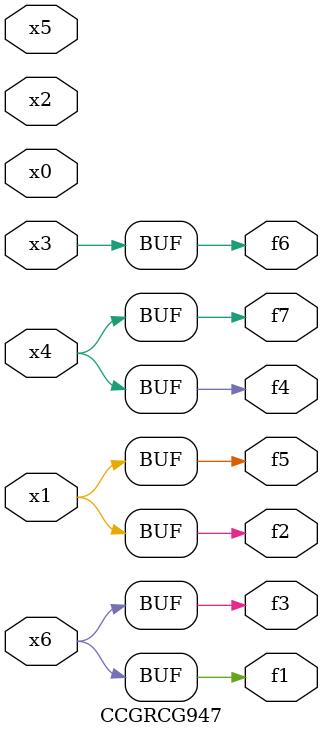
<source format=v>
module CCGRCG947(
	input x0, x1, x2, x3, x4, x5, x6,
	output f1, f2, f3, f4, f5, f6, f7
);
	assign f1 = x6;
	assign f2 = x1;
	assign f3 = x6;
	assign f4 = x4;
	assign f5 = x1;
	assign f6 = x3;
	assign f7 = x4;
endmodule

</source>
